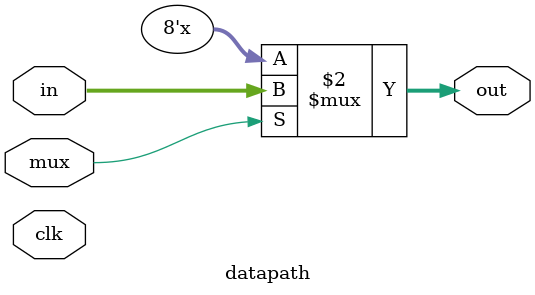
<source format=v>

module datapath(input [7:0] in, 
              input mux, clk,
              output reg [7:0] out);
    
    always @(*) begin
        if(mux)
            out <= in;
    end

endmodule
</source>
